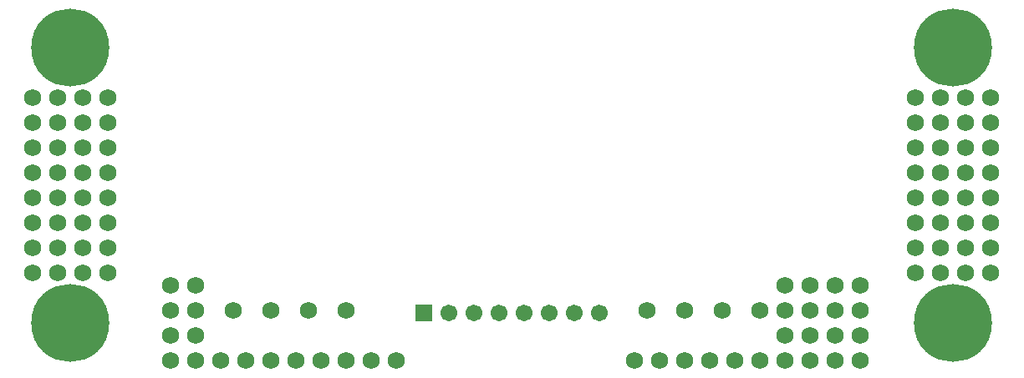
<source format=gbs>
G04 Layer_Color=16711935*
%FSLAX23Y23*%
%MOIN*%
G70*
G01*
G75*
%ADD20C,0.068*%
%ADD21C,0.311*%
%ADD22C,0.067*%
%ADD23R,0.067X0.067*%
D20*
X3050Y150D02*
D03*
Y250D02*
D03*
Y350D02*
D03*
X3250Y250D02*
D03*
Y150D02*
D03*
Y50D02*
D03*
X3350D02*
D03*
Y150D02*
D03*
Y250D02*
D03*
Y350D02*
D03*
X3250D02*
D03*
X3150D02*
D03*
Y250D02*
D03*
Y150D02*
D03*
Y50D02*
D03*
X3050D02*
D03*
X2950D02*
D03*
X2850D02*
D03*
X2750D02*
D03*
X2650D02*
D03*
X2550D02*
D03*
X2450D02*
D03*
X700Y150D02*
D03*
Y250D02*
D03*
Y350D02*
D03*
X600D02*
D03*
Y250D02*
D03*
Y150D02*
D03*
Y50D02*
D03*
X700D02*
D03*
X800D02*
D03*
X900D02*
D03*
X1000D02*
D03*
X1100D02*
D03*
X1200D02*
D03*
X1300D02*
D03*
X1400D02*
D03*
X1500D02*
D03*
X3570Y1000D02*
D03*
X3670D02*
D03*
X3770D02*
D03*
Y1100D02*
D03*
X3670D02*
D03*
X3570D02*
D03*
X3870D02*
D03*
Y1000D02*
D03*
Y800D02*
D03*
Y900D02*
D03*
X3570D02*
D03*
X3670D02*
D03*
X3770D02*
D03*
Y800D02*
D03*
X3670D02*
D03*
X3570D02*
D03*
X3870Y600D02*
D03*
Y700D02*
D03*
X3570D02*
D03*
X3670D02*
D03*
X3770D02*
D03*
Y600D02*
D03*
X3670D02*
D03*
X3570D02*
D03*
X3870Y400D02*
D03*
Y500D02*
D03*
X3570D02*
D03*
X3670D02*
D03*
X3770D02*
D03*
Y400D02*
D03*
X3670D02*
D03*
X3570D02*
D03*
X50D02*
D03*
X150D02*
D03*
X250D02*
D03*
Y500D02*
D03*
X150D02*
D03*
X50D02*
D03*
X350D02*
D03*
Y400D02*
D03*
X50Y600D02*
D03*
X150D02*
D03*
X250D02*
D03*
Y700D02*
D03*
X150D02*
D03*
X50D02*
D03*
X350D02*
D03*
Y600D02*
D03*
X50Y800D02*
D03*
X150D02*
D03*
X250D02*
D03*
Y900D02*
D03*
X150D02*
D03*
X50D02*
D03*
X350D02*
D03*
Y800D02*
D03*
Y1000D02*
D03*
Y1100D02*
D03*
X50D02*
D03*
X150D02*
D03*
X250D02*
D03*
Y1000D02*
D03*
X150D02*
D03*
X50D02*
D03*
X850Y250D02*
D03*
X1000D02*
D03*
X1150D02*
D03*
X1300D02*
D03*
X2500D02*
D03*
X2650D02*
D03*
X2800D02*
D03*
X2950D02*
D03*
D21*
X200Y200D02*
D03*
Y1300D02*
D03*
X3720D02*
D03*
Y200D02*
D03*
D22*
X2310Y240D02*
D03*
X2210D02*
D03*
X2110D02*
D03*
X2010D02*
D03*
X1910D02*
D03*
X1810D02*
D03*
X1710D02*
D03*
D23*
X1610D02*
D03*
M02*

</source>
